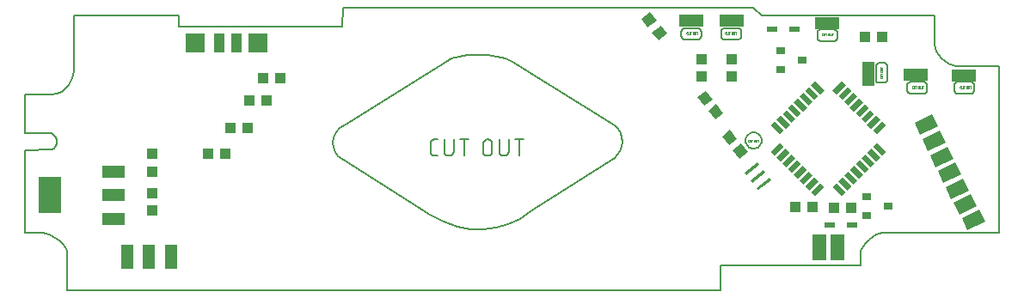
<source format=gtp>
G75*
%MOIN*%
%OFA0B0*%
%FSLAX25Y25*%
%IPPOS*%
%LPD*%
%AMOC8*
5,1,8,0,0,1.08239X$1,22.5*
%
%ADD10C,0.00600*%
%ADD11C,0.00500*%
%ADD12C,0.00800*%
%ADD13C,0.00000*%
%ADD14R,0.03937X0.04331*%
%ADD15R,0.04252X0.04134*%
%ADD16R,0.04331X0.03937*%
%ADD17R,0.08800X0.04800*%
%ADD18R,0.08661X0.14173*%
%ADD19R,0.03543X0.03150*%
%ADD20R,0.09500X0.04500*%
%ADD21R,0.05400X0.10000*%
%ADD22R,0.04500X0.09500*%
%ADD23R,0.05157X0.07598*%
%ADD24R,0.04134X0.07677*%
%ADD25R,0.07677X0.07677*%
%ADD26R,0.05000X0.02200*%
%ADD27R,0.02200X0.05000*%
%ADD28R,0.06299X0.01181*%
%ADD29R,0.03937X0.02362*%
D10*
X0017703Y0038877D02*
X0017703Y0053068D01*
X0017473Y0054223D01*
X0016826Y0055511D01*
X0015826Y0056843D01*
X0014540Y0058131D01*
X0013031Y0059287D01*
X0011367Y0060221D01*
X0009609Y0060847D01*
X0007826Y0061075D01*
X0001300Y0061075D01*
X0001300Y0093285D01*
X0011489Y0093363D01*
X0012380Y0093845D01*
X0013016Y0094600D01*
X0013395Y0095536D01*
X0013520Y0096561D01*
X0013391Y0097585D01*
X0013008Y0098513D01*
X0012374Y0099256D01*
X0011489Y0099720D01*
X0001300Y0099735D01*
X0001300Y0114803D02*
X0011489Y0114803D01*
X0013651Y0115090D01*
X0015486Y0115887D01*
X0017005Y0117096D01*
X0018220Y0118620D01*
X0019144Y0120362D01*
X0019789Y0122225D01*
X0020167Y0124111D01*
X0020291Y0125924D01*
X0020291Y0145461D01*
X0060762Y0145461D02*
X0060762Y0141013D01*
X0124178Y0141164D01*
X0124439Y0148568D01*
X0283611Y0148568D01*
X0286803Y0145461D01*
X0353849Y0145461D01*
X0353872Y0134183D01*
X0354104Y0132969D01*
X0354668Y0131631D01*
X0355516Y0130256D01*
X0356599Y0128933D01*
X0357869Y0127750D01*
X0359276Y0126796D01*
X0360773Y0126160D01*
X0362309Y0125929D01*
X0362585Y0125935D01*
X0378794Y0125924D01*
X0378794Y0061075D01*
X0333600Y0061075D01*
X0332610Y0060907D01*
X0331351Y0060421D01*
X0329946Y0059641D01*
X0328519Y0058595D01*
X0327194Y0057307D01*
X0326094Y0055804D01*
X0325344Y0054111D01*
X0325066Y0052254D01*
X0325066Y0048361D01*
X0270858Y0048361D01*
X0270858Y0038877D01*
X0017703Y0038877D01*
X0122690Y0090966D02*
X0124225Y0089783D01*
X0158265Y0068189D01*
X0163523Y0065449D01*
X0168754Y0063607D01*
X0173919Y0062628D01*
X0178974Y0062478D01*
X0183880Y0063119D01*
X0188596Y0064518D01*
X0193079Y0066639D01*
X0197289Y0069447D01*
X0229895Y0090159D01*
X0230978Y0091402D01*
X0231843Y0092915D01*
X0232442Y0094612D01*
X0232729Y0096404D01*
X0232659Y0098204D01*
X0232183Y0099923D01*
X0231257Y0101475D01*
X0229833Y0102771D01*
X0190100Y0127595D01*
X0187592Y0128804D01*
X0184372Y0129643D01*
X0180700Y0130126D01*
X0176836Y0130263D01*
X0173041Y0130067D01*
X0169574Y0129549D01*
X0166698Y0128721D01*
X0164671Y0127595D01*
X0125405Y0103236D01*
X0123317Y0101738D01*
X0121857Y0099993D01*
X0120989Y0098097D01*
X0120674Y0096150D01*
X0120878Y0094247D01*
X0121562Y0092486D01*
X0122690Y0090966D01*
X0158497Y0092431D02*
X0158497Y0095986D01*
X0158499Y0096060D01*
X0158505Y0096135D01*
X0158515Y0096208D01*
X0158528Y0096282D01*
X0158545Y0096354D01*
X0158567Y0096425D01*
X0158591Y0096496D01*
X0158620Y0096564D01*
X0158652Y0096632D01*
X0158688Y0096697D01*
X0158726Y0096760D01*
X0158769Y0096822D01*
X0158814Y0096881D01*
X0158862Y0096937D01*
X0158913Y0096992D01*
X0158967Y0097043D01*
X0159024Y0097091D01*
X0159083Y0097136D01*
X0159145Y0097179D01*
X0159208Y0097217D01*
X0159273Y0097253D01*
X0159341Y0097285D01*
X0159409Y0097314D01*
X0159480Y0097338D01*
X0159551Y0097360D01*
X0159623Y0097377D01*
X0159697Y0097390D01*
X0159770Y0097400D01*
X0159845Y0097406D01*
X0159919Y0097408D01*
X0161341Y0097408D01*
X0163846Y0097408D02*
X0163846Y0092786D01*
X0163848Y0092703D01*
X0163854Y0092620D01*
X0163864Y0092537D01*
X0163877Y0092454D01*
X0163895Y0092373D01*
X0163916Y0092292D01*
X0163941Y0092213D01*
X0163970Y0092135D01*
X0164002Y0092058D01*
X0164038Y0091983D01*
X0164077Y0091909D01*
X0164120Y0091838D01*
X0164166Y0091768D01*
X0164216Y0091701D01*
X0164268Y0091636D01*
X0164323Y0091574D01*
X0164382Y0091514D01*
X0164443Y0091457D01*
X0164506Y0091403D01*
X0164572Y0091352D01*
X0164641Y0091305D01*
X0164711Y0091260D01*
X0164784Y0091219D01*
X0164858Y0091182D01*
X0164934Y0091147D01*
X0165012Y0091117D01*
X0165090Y0091090D01*
X0165171Y0091067D01*
X0165252Y0091047D01*
X0165334Y0091032D01*
X0165416Y0091020D01*
X0165499Y0091012D01*
X0165582Y0091008D01*
X0165666Y0091008D01*
X0165749Y0091012D01*
X0165832Y0091020D01*
X0165914Y0091032D01*
X0165996Y0091047D01*
X0166077Y0091067D01*
X0166158Y0091090D01*
X0166236Y0091117D01*
X0166314Y0091147D01*
X0166390Y0091182D01*
X0166464Y0091219D01*
X0166537Y0091260D01*
X0166607Y0091305D01*
X0166676Y0091352D01*
X0166742Y0091403D01*
X0166805Y0091457D01*
X0166866Y0091514D01*
X0166925Y0091574D01*
X0166980Y0091636D01*
X0167032Y0091701D01*
X0167082Y0091768D01*
X0167128Y0091838D01*
X0167171Y0091909D01*
X0167210Y0091983D01*
X0167246Y0092058D01*
X0167278Y0092135D01*
X0167307Y0092213D01*
X0167332Y0092292D01*
X0167353Y0092373D01*
X0167371Y0092454D01*
X0167384Y0092537D01*
X0167394Y0092620D01*
X0167400Y0092703D01*
X0167402Y0092786D01*
X0167401Y0092786D02*
X0167401Y0097408D01*
X0169795Y0097408D02*
X0173350Y0097408D01*
X0171573Y0097408D02*
X0171573Y0091008D01*
X0178821Y0092786D02*
X0178821Y0095631D01*
X0178820Y0095631D02*
X0178822Y0095714D01*
X0178828Y0095797D01*
X0178838Y0095880D01*
X0178851Y0095963D01*
X0178869Y0096044D01*
X0178890Y0096125D01*
X0178915Y0096204D01*
X0178944Y0096282D01*
X0178976Y0096359D01*
X0179012Y0096434D01*
X0179051Y0096508D01*
X0179094Y0096579D01*
X0179140Y0096649D01*
X0179190Y0096716D01*
X0179242Y0096781D01*
X0179297Y0096843D01*
X0179356Y0096903D01*
X0179417Y0096960D01*
X0179480Y0097014D01*
X0179546Y0097065D01*
X0179615Y0097112D01*
X0179685Y0097157D01*
X0179758Y0097198D01*
X0179832Y0097235D01*
X0179908Y0097270D01*
X0179986Y0097300D01*
X0180064Y0097327D01*
X0180145Y0097350D01*
X0180226Y0097370D01*
X0180308Y0097385D01*
X0180390Y0097397D01*
X0180473Y0097405D01*
X0180556Y0097409D01*
X0180640Y0097409D01*
X0180723Y0097405D01*
X0180806Y0097397D01*
X0180888Y0097385D01*
X0180970Y0097370D01*
X0181051Y0097350D01*
X0181132Y0097327D01*
X0181210Y0097300D01*
X0181288Y0097270D01*
X0181364Y0097235D01*
X0181438Y0097198D01*
X0181511Y0097157D01*
X0181581Y0097112D01*
X0181650Y0097065D01*
X0181716Y0097014D01*
X0181779Y0096960D01*
X0181840Y0096903D01*
X0181899Y0096843D01*
X0181954Y0096781D01*
X0182006Y0096716D01*
X0182056Y0096649D01*
X0182102Y0096579D01*
X0182145Y0096508D01*
X0182184Y0096434D01*
X0182220Y0096359D01*
X0182252Y0096282D01*
X0182281Y0096204D01*
X0182306Y0096125D01*
X0182327Y0096044D01*
X0182345Y0095963D01*
X0182358Y0095880D01*
X0182368Y0095797D01*
X0182374Y0095714D01*
X0182376Y0095631D01*
X0182376Y0092786D01*
X0182374Y0092703D01*
X0182368Y0092620D01*
X0182358Y0092537D01*
X0182345Y0092454D01*
X0182327Y0092373D01*
X0182306Y0092292D01*
X0182281Y0092213D01*
X0182252Y0092135D01*
X0182220Y0092058D01*
X0182184Y0091983D01*
X0182145Y0091909D01*
X0182102Y0091838D01*
X0182056Y0091768D01*
X0182006Y0091701D01*
X0181954Y0091636D01*
X0181899Y0091574D01*
X0181840Y0091514D01*
X0181779Y0091457D01*
X0181716Y0091403D01*
X0181650Y0091352D01*
X0181581Y0091305D01*
X0181511Y0091260D01*
X0181438Y0091219D01*
X0181364Y0091182D01*
X0181288Y0091147D01*
X0181210Y0091117D01*
X0181132Y0091090D01*
X0181051Y0091067D01*
X0180970Y0091047D01*
X0180888Y0091032D01*
X0180806Y0091020D01*
X0180723Y0091012D01*
X0180640Y0091008D01*
X0180556Y0091008D01*
X0180473Y0091012D01*
X0180390Y0091020D01*
X0180308Y0091032D01*
X0180226Y0091047D01*
X0180145Y0091067D01*
X0180064Y0091090D01*
X0179986Y0091117D01*
X0179908Y0091147D01*
X0179832Y0091182D01*
X0179758Y0091219D01*
X0179685Y0091260D01*
X0179615Y0091305D01*
X0179546Y0091352D01*
X0179480Y0091403D01*
X0179417Y0091457D01*
X0179356Y0091514D01*
X0179297Y0091574D01*
X0179242Y0091636D01*
X0179190Y0091701D01*
X0179140Y0091768D01*
X0179094Y0091838D01*
X0179051Y0091909D01*
X0179012Y0091983D01*
X0178976Y0092058D01*
X0178944Y0092135D01*
X0178915Y0092213D01*
X0178890Y0092292D01*
X0178869Y0092373D01*
X0178851Y0092454D01*
X0178838Y0092537D01*
X0178828Y0092620D01*
X0178822Y0092703D01*
X0178820Y0092786D01*
X0185180Y0092786D02*
X0185180Y0097408D01*
X0188735Y0097408D02*
X0188735Y0092786D01*
X0188736Y0092786D02*
X0188734Y0092703D01*
X0188728Y0092620D01*
X0188718Y0092537D01*
X0188705Y0092454D01*
X0188687Y0092373D01*
X0188666Y0092292D01*
X0188641Y0092213D01*
X0188612Y0092135D01*
X0188580Y0092058D01*
X0188544Y0091983D01*
X0188505Y0091909D01*
X0188462Y0091838D01*
X0188416Y0091768D01*
X0188366Y0091701D01*
X0188314Y0091636D01*
X0188259Y0091574D01*
X0188200Y0091514D01*
X0188139Y0091457D01*
X0188076Y0091403D01*
X0188010Y0091352D01*
X0187941Y0091305D01*
X0187871Y0091260D01*
X0187798Y0091219D01*
X0187724Y0091182D01*
X0187648Y0091147D01*
X0187570Y0091117D01*
X0187492Y0091090D01*
X0187411Y0091067D01*
X0187330Y0091047D01*
X0187248Y0091032D01*
X0187166Y0091020D01*
X0187083Y0091012D01*
X0187000Y0091008D01*
X0186916Y0091008D01*
X0186833Y0091012D01*
X0186750Y0091020D01*
X0186668Y0091032D01*
X0186586Y0091047D01*
X0186505Y0091067D01*
X0186424Y0091090D01*
X0186346Y0091117D01*
X0186268Y0091147D01*
X0186192Y0091182D01*
X0186118Y0091219D01*
X0186045Y0091260D01*
X0185975Y0091305D01*
X0185906Y0091352D01*
X0185840Y0091403D01*
X0185777Y0091457D01*
X0185716Y0091514D01*
X0185657Y0091574D01*
X0185602Y0091636D01*
X0185550Y0091701D01*
X0185500Y0091768D01*
X0185454Y0091838D01*
X0185411Y0091909D01*
X0185372Y0091983D01*
X0185336Y0092058D01*
X0185304Y0092135D01*
X0185275Y0092213D01*
X0185250Y0092292D01*
X0185229Y0092373D01*
X0185211Y0092454D01*
X0185198Y0092537D01*
X0185188Y0092620D01*
X0185182Y0092703D01*
X0185180Y0092786D01*
X0191129Y0097408D02*
X0194684Y0097408D01*
X0192907Y0097408D02*
X0192907Y0091008D01*
X0161341Y0091008D02*
X0159919Y0091008D01*
X0159919Y0091009D02*
X0159845Y0091011D01*
X0159770Y0091017D01*
X0159697Y0091027D01*
X0159623Y0091040D01*
X0159551Y0091057D01*
X0159480Y0091079D01*
X0159409Y0091103D01*
X0159341Y0091132D01*
X0159273Y0091164D01*
X0159208Y0091200D01*
X0159145Y0091238D01*
X0159083Y0091281D01*
X0159024Y0091326D01*
X0158967Y0091374D01*
X0158913Y0091425D01*
X0158862Y0091479D01*
X0158814Y0091536D01*
X0158769Y0091595D01*
X0158726Y0091657D01*
X0158688Y0091720D01*
X0158652Y0091785D01*
X0158620Y0091853D01*
X0158591Y0091921D01*
X0158567Y0091992D01*
X0158545Y0092063D01*
X0158528Y0092135D01*
X0158515Y0092209D01*
X0158505Y0092282D01*
X0158499Y0092357D01*
X0158497Y0092431D01*
X0255811Y0136897D02*
X0255734Y0137142D01*
X0255707Y0137405D01*
X0255707Y0139289D01*
X0255734Y0139552D01*
X0255811Y0139797D01*
X0255931Y0140020D01*
X0256092Y0140213D01*
X0256285Y0140374D01*
X0256508Y0140495D01*
X0256753Y0140571D01*
X0257016Y0140598D01*
X0262092Y0140598D01*
X0262355Y0140571D01*
X0262600Y0140495D01*
X0262822Y0140374D01*
X0263016Y0140213D01*
X0263176Y0140020D01*
X0263297Y0139797D01*
X0263374Y0139552D01*
X0263400Y0139289D01*
X0263400Y0137405D01*
X0263374Y0137142D01*
X0263297Y0136897D01*
X0263176Y0136675D01*
X0263016Y0136481D01*
X0262822Y0136321D01*
X0262600Y0136200D01*
X0262355Y0136123D01*
X0262092Y0136097D01*
X0257016Y0136097D01*
X0256753Y0136123D01*
X0256508Y0136200D01*
X0256285Y0136321D01*
X0256092Y0136481D01*
X0255931Y0136675D01*
X0255811Y0136897D01*
X0271135Y0137405D02*
X0271135Y0139289D01*
X0271162Y0139552D01*
X0271239Y0139797D01*
X0271359Y0140020D01*
X0271520Y0140213D01*
X0271713Y0140374D01*
X0271935Y0140495D01*
X0272181Y0140571D01*
X0272443Y0140598D01*
X0277520Y0140598D01*
X0277783Y0140571D01*
X0278028Y0140495D01*
X0278250Y0140374D01*
X0278444Y0140213D01*
X0278604Y0140020D01*
X0278725Y0139797D01*
X0278802Y0139552D01*
X0278828Y0139289D01*
X0278828Y0137405D01*
X0278802Y0137142D01*
X0278725Y0136897D01*
X0278604Y0136675D01*
X0278444Y0136481D01*
X0278250Y0136321D01*
X0278028Y0136200D01*
X0277783Y0136123D01*
X0277520Y0136097D01*
X0272443Y0136097D01*
X0272181Y0136123D01*
X0271935Y0136200D01*
X0271713Y0136321D01*
X0271520Y0136481D01*
X0271359Y0136675D01*
X0271239Y0136897D01*
X0271162Y0137142D01*
X0271135Y0137405D01*
X0308483Y0136890D02*
X0308483Y0138774D01*
X0308510Y0139037D01*
X0308587Y0139282D01*
X0308707Y0139504D01*
X0308868Y0139698D01*
X0309061Y0139858D01*
X0309283Y0139979D01*
X0309529Y0140056D01*
X0309791Y0140082D01*
X0314868Y0140082D01*
X0315131Y0140056D01*
X0315376Y0139979D01*
X0315598Y0139858D01*
X0315792Y0139698D01*
X0315952Y0139504D01*
X0316073Y0139282D01*
X0316150Y0139037D01*
X0316176Y0138774D01*
X0316176Y0136890D01*
X0316150Y0136627D01*
X0316073Y0136382D01*
X0315952Y0136160D01*
X0315792Y0135966D01*
X0315598Y0135806D01*
X0315376Y0135685D01*
X0315131Y0135608D01*
X0314868Y0135582D01*
X0309791Y0135582D01*
X0309529Y0135608D01*
X0309283Y0135685D01*
X0309061Y0135806D01*
X0308868Y0135966D01*
X0308707Y0136160D01*
X0308587Y0136382D01*
X0308510Y0136627D01*
X0308483Y0136890D01*
X0331167Y0126223D02*
X0331288Y0126445D01*
X0331448Y0126639D01*
X0331642Y0126799D01*
X0331865Y0126920D01*
X0332109Y0126996D01*
X0332372Y0127023D01*
X0334256Y0127023D01*
X0334519Y0126996D01*
X0334765Y0126920D01*
X0334987Y0126799D01*
X0335181Y0126639D01*
X0335341Y0126445D01*
X0335462Y0126223D01*
X0335538Y0125978D01*
X0335565Y0125715D01*
X0335565Y0120638D01*
X0335538Y0120375D01*
X0335462Y0120130D01*
X0335341Y0119908D01*
X0335181Y0119714D01*
X0334987Y0119554D01*
X0334765Y0119433D01*
X0334519Y0119357D01*
X0334256Y0119330D01*
X0332372Y0119330D01*
X0332109Y0119357D01*
X0331865Y0119433D01*
X0331642Y0119554D01*
X0331448Y0119714D01*
X0331288Y0119908D01*
X0331167Y0120130D01*
X0331091Y0120375D01*
X0331064Y0120638D01*
X0331064Y0125715D01*
X0331091Y0125978D01*
X0331167Y0126223D01*
X0343477Y0119106D02*
X0343637Y0119300D01*
X0343831Y0119460D01*
X0344053Y0119581D01*
X0344298Y0119658D01*
X0344561Y0119684D01*
X0349637Y0119684D01*
X0349900Y0119658D01*
X0350145Y0119581D01*
X0350368Y0119460D01*
X0350561Y0119300D01*
X0350722Y0119106D01*
X0350843Y0118884D01*
X0350919Y0118639D01*
X0350946Y0118376D01*
X0350946Y0116492D01*
X0350919Y0116229D01*
X0350843Y0115984D01*
X0350722Y0115761D01*
X0350561Y0115567D01*
X0350368Y0115407D01*
X0350145Y0115286D01*
X0349900Y0115210D01*
X0349637Y0115183D01*
X0344561Y0115183D01*
X0344298Y0115210D01*
X0344053Y0115286D01*
X0343831Y0115407D01*
X0343637Y0115567D01*
X0343477Y0115761D01*
X0343356Y0115984D01*
X0343280Y0116229D01*
X0343253Y0116492D01*
X0343253Y0118376D01*
X0343280Y0118639D01*
X0343356Y0118884D01*
X0343477Y0119106D01*
X0361576Y0118376D02*
X0361576Y0116492D01*
X0361603Y0116229D01*
X0361680Y0115984D01*
X0361800Y0115761D01*
X0361961Y0115567D01*
X0362154Y0115407D01*
X0362377Y0115286D01*
X0362622Y0115210D01*
X0362885Y0115183D01*
X0367961Y0115183D01*
X0368224Y0115210D01*
X0368469Y0115286D01*
X0368691Y0115407D01*
X0368885Y0115567D01*
X0369045Y0115761D01*
X0369166Y0115984D01*
X0369243Y0116229D01*
X0369269Y0116492D01*
X0369269Y0118376D01*
X0369243Y0118639D01*
X0369166Y0118884D01*
X0369045Y0119106D01*
X0368885Y0119300D01*
X0368691Y0119460D01*
X0368469Y0119581D01*
X0368224Y0119658D01*
X0367961Y0119684D01*
X0362885Y0119684D01*
X0362622Y0119658D01*
X0362377Y0119581D01*
X0362154Y0119460D01*
X0361961Y0119300D01*
X0361800Y0119106D01*
X0361680Y0118884D01*
X0361603Y0118639D01*
X0361576Y0118376D01*
X0286760Y0097559D02*
X0286824Y0096924D01*
X0286764Y0097539D01*
X0286585Y0098129D01*
X0286294Y0098674D01*
X0285902Y0099151D01*
X0285425Y0099543D01*
X0284880Y0099834D01*
X0284289Y0100013D01*
X0283675Y0100074D01*
X0283060Y0100013D01*
X0282469Y0099834D01*
X0281925Y0099543D01*
X0281448Y0099151D01*
X0281056Y0098674D01*
X0280765Y0098129D01*
X0280586Y0097539D01*
X0280525Y0096924D01*
X0280586Y0096310D01*
X0280765Y0095719D01*
X0281056Y0095174D01*
X0281448Y0094697D01*
X0281925Y0094305D01*
X0282469Y0094014D01*
X0283060Y0093835D01*
X0283675Y0093774D01*
X0284289Y0093835D01*
X0284880Y0094014D01*
X0285425Y0094305D01*
X0285902Y0094697D01*
X0286294Y0095174D01*
X0286585Y0095719D01*
X0286764Y0096310D01*
X0286824Y0096924D01*
X0286760Y0096289D01*
X0286577Y0095698D01*
X0286287Y0095163D01*
X0285902Y0094697D01*
X0285436Y0094312D01*
X0284901Y0094022D01*
X0284309Y0093839D01*
X0283675Y0093774D01*
X0283040Y0093839D01*
X0282449Y0094022D01*
X0281914Y0094312D01*
X0281448Y0094697D01*
X0281063Y0095163D01*
X0280773Y0095698D01*
X0280589Y0096289D01*
X0280525Y0096924D01*
X0280589Y0097559D01*
X0280773Y0098150D01*
X0281063Y0098685D01*
X0281448Y0099151D01*
X0281914Y0099536D01*
X0282449Y0099826D01*
X0283040Y0100010D01*
X0283675Y0100074D01*
X0284309Y0100010D01*
X0284901Y0099826D01*
X0285436Y0099536D01*
X0285902Y0099151D01*
X0286287Y0098685D01*
X0286577Y0098150D01*
X0286760Y0097559D01*
D11*
X0001300Y0099735D02*
X0001300Y0114803D01*
D12*
X0020291Y0145461D02*
X0060762Y0145461D01*
D13*
X0257697Y0138831D02*
X0257697Y0138386D01*
X0257699Y0138361D01*
X0257704Y0138336D01*
X0257713Y0138312D01*
X0257725Y0138290D01*
X0257740Y0138269D01*
X0257758Y0138251D01*
X0257779Y0138236D01*
X0257801Y0138224D01*
X0257825Y0138215D01*
X0257850Y0138210D01*
X0257875Y0138208D01*
X0258052Y0138208D01*
X0258322Y0138431D02*
X0258322Y0139008D01*
X0258052Y0139008D02*
X0257875Y0139008D01*
X0257875Y0139009D02*
X0257850Y0139007D01*
X0257825Y0139002D01*
X0257801Y0138993D01*
X0257779Y0138981D01*
X0257758Y0138966D01*
X0257740Y0138948D01*
X0257725Y0138927D01*
X0257713Y0138905D01*
X0257704Y0138881D01*
X0257699Y0138856D01*
X0257697Y0138831D01*
X0258322Y0138431D02*
X0258324Y0138402D01*
X0258330Y0138374D01*
X0258339Y0138346D01*
X0258352Y0138320D01*
X0258368Y0138296D01*
X0258387Y0138274D01*
X0258409Y0138255D01*
X0258433Y0138239D01*
X0258459Y0138226D01*
X0258487Y0138217D01*
X0258515Y0138211D01*
X0258544Y0138209D01*
X0258573Y0138211D01*
X0258601Y0138217D01*
X0258629Y0138226D01*
X0258655Y0138239D01*
X0258679Y0138255D01*
X0258701Y0138274D01*
X0258720Y0138296D01*
X0258736Y0138320D01*
X0258749Y0138346D01*
X0258758Y0138374D01*
X0258764Y0138402D01*
X0258766Y0138431D01*
X0258766Y0139008D01*
X0259018Y0139008D02*
X0259462Y0139008D01*
X0259240Y0139008D02*
X0259240Y0138208D01*
X0260074Y0138431D02*
X0260074Y0138786D01*
X0260076Y0138815D01*
X0260082Y0138843D01*
X0260091Y0138871D01*
X0260104Y0138897D01*
X0260120Y0138921D01*
X0260139Y0138943D01*
X0260161Y0138962D01*
X0260185Y0138978D01*
X0260211Y0138991D01*
X0260239Y0139000D01*
X0260267Y0139006D01*
X0260296Y0139008D01*
X0260325Y0139006D01*
X0260353Y0139000D01*
X0260381Y0138991D01*
X0260407Y0138978D01*
X0260431Y0138962D01*
X0260453Y0138943D01*
X0260472Y0138921D01*
X0260488Y0138897D01*
X0260501Y0138871D01*
X0260510Y0138843D01*
X0260516Y0138815D01*
X0260518Y0138786D01*
X0260518Y0138431D01*
X0260516Y0138402D01*
X0260510Y0138374D01*
X0260501Y0138346D01*
X0260488Y0138320D01*
X0260472Y0138296D01*
X0260453Y0138274D01*
X0260431Y0138255D01*
X0260407Y0138239D01*
X0260381Y0138226D01*
X0260353Y0138217D01*
X0260325Y0138211D01*
X0260296Y0138209D01*
X0260267Y0138211D01*
X0260239Y0138217D01*
X0260211Y0138226D01*
X0260185Y0138239D01*
X0260161Y0138255D01*
X0260139Y0138274D01*
X0260120Y0138296D01*
X0260104Y0138320D01*
X0260091Y0138346D01*
X0260082Y0138374D01*
X0260076Y0138402D01*
X0260074Y0138431D01*
X0260818Y0138431D02*
X0260818Y0139008D01*
X0261262Y0139008D02*
X0261262Y0138431D01*
X0261260Y0138402D01*
X0261254Y0138374D01*
X0261245Y0138346D01*
X0261232Y0138320D01*
X0261216Y0138296D01*
X0261197Y0138274D01*
X0261175Y0138255D01*
X0261151Y0138239D01*
X0261125Y0138226D01*
X0261097Y0138217D01*
X0261069Y0138211D01*
X0261040Y0138209D01*
X0261011Y0138211D01*
X0260983Y0138217D01*
X0260955Y0138226D01*
X0260929Y0138239D01*
X0260905Y0138255D01*
X0260883Y0138274D01*
X0260864Y0138296D01*
X0260848Y0138320D01*
X0260835Y0138346D01*
X0260826Y0138374D01*
X0260820Y0138402D01*
X0260818Y0138431D01*
X0261514Y0139008D02*
X0261958Y0139008D01*
X0261736Y0139008D02*
X0261736Y0138208D01*
X0272697Y0138386D02*
X0272697Y0138831D01*
X0272699Y0138856D01*
X0272704Y0138881D01*
X0272713Y0138905D01*
X0272725Y0138927D01*
X0272740Y0138948D01*
X0272758Y0138966D01*
X0272779Y0138981D01*
X0272801Y0138993D01*
X0272825Y0139002D01*
X0272850Y0139007D01*
X0272875Y0139009D01*
X0272875Y0139008D02*
X0273052Y0139008D01*
X0273322Y0139008D02*
X0273322Y0138431D01*
X0273324Y0138402D01*
X0273330Y0138374D01*
X0273339Y0138346D01*
X0273352Y0138320D01*
X0273368Y0138296D01*
X0273387Y0138274D01*
X0273409Y0138255D01*
X0273433Y0138239D01*
X0273459Y0138226D01*
X0273487Y0138217D01*
X0273515Y0138211D01*
X0273544Y0138209D01*
X0273573Y0138211D01*
X0273601Y0138217D01*
X0273629Y0138226D01*
X0273655Y0138239D01*
X0273679Y0138255D01*
X0273701Y0138274D01*
X0273720Y0138296D01*
X0273736Y0138320D01*
X0273749Y0138346D01*
X0273758Y0138374D01*
X0273764Y0138402D01*
X0273766Y0138431D01*
X0273766Y0139008D01*
X0274018Y0139008D02*
X0274462Y0139008D01*
X0274240Y0139008D02*
X0274240Y0138208D01*
X0275074Y0138431D02*
X0275074Y0138786D01*
X0275076Y0138815D01*
X0275082Y0138843D01*
X0275091Y0138871D01*
X0275104Y0138897D01*
X0275120Y0138921D01*
X0275139Y0138943D01*
X0275161Y0138962D01*
X0275185Y0138978D01*
X0275211Y0138991D01*
X0275239Y0139000D01*
X0275267Y0139006D01*
X0275296Y0139008D01*
X0275325Y0139006D01*
X0275353Y0139000D01*
X0275381Y0138991D01*
X0275407Y0138978D01*
X0275431Y0138962D01*
X0275453Y0138943D01*
X0275472Y0138921D01*
X0275488Y0138897D01*
X0275501Y0138871D01*
X0275510Y0138843D01*
X0275516Y0138815D01*
X0275518Y0138786D01*
X0275518Y0138431D01*
X0275516Y0138402D01*
X0275510Y0138374D01*
X0275501Y0138346D01*
X0275488Y0138320D01*
X0275472Y0138296D01*
X0275453Y0138274D01*
X0275431Y0138255D01*
X0275407Y0138239D01*
X0275381Y0138226D01*
X0275353Y0138217D01*
X0275325Y0138211D01*
X0275296Y0138209D01*
X0275267Y0138211D01*
X0275239Y0138217D01*
X0275211Y0138226D01*
X0275185Y0138239D01*
X0275161Y0138255D01*
X0275139Y0138274D01*
X0275120Y0138296D01*
X0275104Y0138320D01*
X0275091Y0138346D01*
X0275082Y0138374D01*
X0275076Y0138402D01*
X0275074Y0138431D01*
X0275818Y0138431D02*
X0275818Y0139008D01*
X0276262Y0139008D02*
X0276262Y0138431D01*
X0276260Y0138402D01*
X0276254Y0138374D01*
X0276245Y0138346D01*
X0276232Y0138320D01*
X0276216Y0138296D01*
X0276197Y0138274D01*
X0276175Y0138255D01*
X0276151Y0138239D01*
X0276125Y0138226D01*
X0276097Y0138217D01*
X0276069Y0138211D01*
X0276040Y0138209D01*
X0276011Y0138211D01*
X0275983Y0138217D01*
X0275955Y0138226D01*
X0275929Y0138239D01*
X0275905Y0138255D01*
X0275883Y0138274D01*
X0275864Y0138296D01*
X0275848Y0138320D01*
X0275835Y0138346D01*
X0275826Y0138374D01*
X0275820Y0138402D01*
X0275818Y0138431D01*
X0276514Y0139008D02*
X0276958Y0139008D01*
X0276736Y0139008D02*
X0276736Y0138208D01*
X0273052Y0138208D02*
X0272875Y0138208D01*
X0272850Y0138210D01*
X0272825Y0138215D01*
X0272801Y0138224D01*
X0272779Y0138236D01*
X0272758Y0138251D01*
X0272740Y0138269D01*
X0272725Y0138290D01*
X0272713Y0138312D01*
X0272704Y0138336D01*
X0272699Y0138361D01*
X0272697Y0138386D01*
X0310197Y0138331D02*
X0310197Y0137886D01*
X0310199Y0137861D01*
X0310204Y0137836D01*
X0310213Y0137812D01*
X0310225Y0137790D01*
X0310240Y0137769D01*
X0310258Y0137751D01*
X0310279Y0137736D01*
X0310301Y0137724D01*
X0310325Y0137715D01*
X0310350Y0137710D01*
X0310375Y0137708D01*
X0310552Y0137708D01*
X0310822Y0137931D02*
X0310822Y0138508D01*
X0310552Y0138508D02*
X0310375Y0138508D01*
X0310375Y0138509D02*
X0310350Y0138507D01*
X0310325Y0138502D01*
X0310301Y0138493D01*
X0310279Y0138481D01*
X0310258Y0138466D01*
X0310240Y0138448D01*
X0310225Y0138427D01*
X0310213Y0138405D01*
X0310204Y0138381D01*
X0310199Y0138356D01*
X0310197Y0138331D01*
X0310822Y0137931D02*
X0310824Y0137902D01*
X0310830Y0137874D01*
X0310839Y0137846D01*
X0310852Y0137820D01*
X0310868Y0137796D01*
X0310887Y0137774D01*
X0310909Y0137755D01*
X0310933Y0137739D01*
X0310959Y0137726D01*
X0310987Y0137717D01*
X0311015Y0137711D01*
X0311044Y0137709D01*
X0311073Y0137711D01*
X0311101Y0137717D01*
X0311129Y0137726D01*
X0311155Y0137739D01*
X0311179Y0137755D01*
X0311201Y0137774D01*
X0311220Y0137796D01*
X0311236Y0137820D01*
X0311249Y0137846D01*
X0311258Y0137874D01*
X0311264Y0137902D01*
X0311266Y0137931D01*
X0311266Y0138508D01*
X0311518Y0138508D02*
X0311962Y0138508D01*
X0311740Y0138508D02*
X0311740Y0137708D01*
X0312574Y0137931D02*
X0312574Y0138286D01*
X0312576Y0138315D01*
X0312582Y0138343D01*
X0312591Y0138371D01*
X0312604Y0138397D01*
X0312620Y0138421D01*
X0312639Y0138443D01*
X0312661Y0138462D01*
X0312685Y0138478D01*
X0312711Y0138491D01*
X0312739Y0138500D01*
X0312767Y0138506D01*
X0312796Y0138508D01*
X0312825Y0138506D01*
X0312853Y0138500D01*
X0312881Y0138491D01*
X0312907Y0138478D01*
X0312931Y0138462D01*
X0312953Y0138443D01*
X0312972Y0138421D01*
X0312988Y0138397D01*
X0313001Y0138371D01*
X0313010Y0138343D01*
X0313016Y0138315D01*
X0313018Y0138286D01*
X0313018Y0137931D01*
X0313016Y0137902D01*
X0313010Y0137874D01*
X0313001Y0137846D01*
X0312988Y0137820D01*
X0312972Y0137796D01*
X0312953Y0137774D01*
X0312931Y0137755D01*
X0312907Y0137739D01*
X0312881Y0137726D01*
X0312853Y0137717D01*
X0312825Y0137711D01*
X0312796Y0137709D01*
X0312767Y0137711D01*
X0312739Y0137717D01*
X0312711Y0137726D01*
X0312685Y0137739D01*
X0312661Y0137755D01*
X0312639Y0137774D01*
X0312620Y0137796D01*
X0312604Y0137820D01*
X0312591Y0137846D01*
X0312582Y0137874D01*
X0312576Y0137902D01*
X0312574Y0137931D01*
X0313318Y0137931D02*
X0313318Y0138508D01*
X0313762Y0138508D02*
X0313762Y0137931D01*
X0313760Y0137902D01*
X0313754Y0137874D01*
X0313745Y0137846D01*
X0313732Y0137820D01*
X0313716Y0137796D01*
X0313697Y0137774D01*
X0313675Y0137755D01*
X0313651Y0137739D01*
X0313625Y0137726D01*
X0313597Y0137717D01*
X0313569Y0137711D01*
X0313540Y0137709D01*
X0313511Y0137711D01*
X0313483Y0137717D01*
X0313455Y0137726D01*
X0313429Y0137739D01*
X0313405Y0137755D01*
X0313383Y0137774D01*
X0313364Y0137796D01*
X0313348Y0137820D01*
X0313335Y0137846D01*
X0313326Y0137874D01*
X0313320Y0137902D01*
X0313318Y0137931D01*
X0314014Y0138508D02*
X0314458Y0138508D01*
X0314236Y0138508D02*
X0314236Y0137708D01*
X0332897Y0125470D02*
X0332897Y0125025D01*
X0332897Y0125248D02*
X0333697Y0125248D01*
X0333475Y0124774D02*
X0332897Y0124774D01*
X0332897Y0124329D02*
X0333475Y0124329D01*
X0333475Y0124330D02*
X0333504Y0124332D01*
X0333532Y0124338D01*
X0333560Y0124347D01*
X0333586Y0124360D01*
X0333610Y0124376D01*
X0333632Y0124395D01*
X0333651Y0124417D01*
X0333667Y0124441D01*
X0333680Y0124467D01*
X0333689Y0124495D01*
X0333695Y0124523D01*
X0333697Y0124552D01*
X0333695Y0124581D01*
X0333689Y0124609D01*
X0333680Y0124637D01*
X0333667Y0124663D01*
X0333651Y0124687D01*
X0333632Y0124709D01*
X0333610Y0124728D01*
X0333586Y0124744D01*
X0333560Y0124757D01*
X0333532Y0124766D01*
X0333504Y0124772D01*
X0333475Y0124774D01*
X0333475Y0124030D02*
X0333119Y0124030D01*
X0333090Y0124028D01*
X0333062Y0124022D01*
X0333034Y0124013D01*
X0333008Y0124000D01*
X0332984Y0123984D01*
X0332962Y0123965D01*
X0332943Y0123943D01*
X0332927Y0123919D01*
X0332914Y0123893D01*
X0332905Y0123865D01*
X0332899Y0123837D01*
X0332897Y0123808D01*
X0332899Y0123779D01*
X0332905Y0123751D01*
X0332914Y0123723D01*
X0332927Y0123697D01*
X0332943Y0123673D01*
X0332962Y0123651D01*
X0332984Y0123632D01*
X0333008Y0123616D01*
X0333034Y0123603D01*
X0333062Y0123594D01*
X0333090Y0123588D01*
X0333119Y0123586D01*
X0333119Y0123585D02*
X0333475Y0123585D01*
X0333475Y0123586D02*
X0333504Y0123588D01*
X0333532Y0123594D01*
X0333560Y0123603D01*
X0333586Y0123616D01*
X0333610Y0123632D01*
X0333632Y0123651D01*
X0333651Y0123673D01*
X0333667Y0123697D01*
X0333680Y0123723D01*
X0333689Y0123751D01*
X0333695Y0123779D01*
X0333697Y0123808D01*
X0333695Y0123837D01*
X0333689Y0123865D01*
X0333680Y0123893D01*
X0333667Y0123919D01*
X0333651Y0123943D01*
X0333632Y0123965D01*
X0333610Y0123984D01*
X0333586Y0124000D01*
X0333560Y0124013D01*
X0333532Y0124022D01*
X0333504Y0124028D01*
X0333475Y0124030D01*
X0332897Y0122974D02*
X0332897Y0122529D01*
X0332897Y0122752D02*
X0333697Y0122752D01*
X0333475Y0122278D02*
X0332897Y0122278D01*
X0332897Y0121833D02*
X0333475Y0121833D01*
X0333475Y0121834D02*
X0333504Y0121836D01*
X0333532Y0121842D01*
X0333560Y0121851D01*
X0333586Y0121864D01*
X0333610Y0121880D01*
X0333632Y0121899D01*
X0333651Y0121921D01*
X0333667Y0121945D01*
X0333680Y0121971D01*
X0333689Y0121999D01*
X0333695Y0122027D01*
X0333697Y0122056D01*
X0333695Y0122085D01*
X0333689Y0122113D01*
X0333680Y0122141D01*
X0333667Y0122167D01*
X0333651Y0122191D01*
X0333632Y0122213D01*
X0333610Y0122232D01*
X0333586Y0122248D01*
X0333560Y0122261D01*
X0333532Y0122270D01*
X0333504Y0122276D01*
X0333475Y0122278D01*
X0333697Y0121564D02*
X0333697Y0121386D01*
X0333695Y0121361D01*
X0333690Y0121336D01*
X0333681Y0121312D01*
X0333669Y0121290D01*
X0333654Y0121269D01*
X0333636Y0121251D01*
X0333615Y0121236D01*
X0333593Y0121224D01*
X0333569Y0121215D01*
X0333544Y0121210D01*
X0333519Y0121208D01*
X0333075Y0121208D01*
X0333050Y0121210D01*
X0333025Y0121215D01*
X0333001Y0121224D01*
X0332979Y0121236D01*
X0332958Y0121251D01*
X0332940Y0121269D01*
X0332925Y0121290D01*
X0332913Y0121312D01*
X0332904Y0121336D01*
X0332899Y0121361D01*
X0332897Y0121386D01*
X0332897Y0121564D01*
X0345197Y0117831D02*
X0345197Y0117386D01*
X0345199Y0117361D01*
X0345204Y0117336D01*
X0345213Y0117312D01*
X0345225Y0117290D01*
X0345240Y0117269D01*
X0345258Y0117251D01*
X0345279Y0117236D01*
X0345301Y0117224D01*
X0345325Y0117215D01*
X0345350Y0117210D01*
X0345375Y0117208D01*
X0345552Y0117208D01*
X0345822Y0117431D02*
X0345822Y0118008D01*
X0345552Y0118008D02*
X0345375Y0118008D01*
X0345375Y0118009D02*
X0345350Y0118007D01*
X0345325Y0118002D01*
X0345301Y0117993D01*
X0345279Y0117981D01*
X0345258Y0117966D01*
X0345240Y0117948D01*
X0345225Y0117927D01*
X0345213Y0117905D01*
X0345204Y0117881D01*
X0345199Y0117856D01*
X0345197Y0117831D01*
X0345822Y0117431D02*
X0345824Y0117402D01*
X0345830Y0117374D01*
X0345839Y0117346D01*
X0345852Y0117320D01*
X0345868Y0117296D01*
X0345887Y0117274D01*
X0345909Y0117255D01*
X0345933Y0117239D01*
X0345959Y0117226D01*
X0345987Y0117217D01*
X0346015Y0117211D01*
X0346044Y0117209D01*
X0346073Y0117211D01*
X0346101Y0117217D01*
X0346129Y0117226D01*
X0346155Y0117239D01*
X0346179Y0117255D01*
X0346201Y0117274D01*
X0346220Y0117296D01*
X0346236Y0117320D01*
X0346249Y0117346D01*
X0346258Y0117374D01*
X0346264Y0117402D01*
X0346266Y0117431D01*
X0346266Y0118008D01*
X0346518Y0118008D02*
X0346962Y0118008D01*
X0346740Y0118008D02*
X0346740Y0117208D01*
X0347574Y0117431D02*
X0347574Y0117786D01*
X0347576Y0117815D01*
X0347582Y0117843D01*
X0347591Y0117871D01*
X0347604Y0117897D01*
X0347620Y0117921D01*
X0347639Y0117943D01*
X0347661Y0117962D01*
X0347685Y0117978D01*
X0347711Y0117991D01*
X0347739Y0118000D01*
X0347767Y0118006D01*
X0347796Y0118008D01*
X0347825Y0118006D01*
X0347853Y0118000D01*
X0347881Y0117991D01*
X0347907Y0117978D01*
X0347931Y0117962D01*
X0347953Y0117943D01*
X0347972Y0117921D01*
X0347988Y0117897D01*
X0348001Y0117871D01*
X0348010Y0117843D01*
X0348016Y0117815D01*
X0348018Y0117786D01*
X0348018Y0117431D01*
X0348016Y0117402D01*
X0348010Y0117374D01*
X0348001Y0117346D01*
X0347988Y0117320D01*
X0347972Y0117296D01*
X0347953Y0117274D01*
X0347931Y0117255D01*
X0347907Y0117239D01*
X0347881Y0117226D01*
X0347853Y0117217D01*
X0347825Y0117211D01*
X0347796Y0117209D01*
X0347767Y0117211D01*
X0347739Y0117217D01*
X0347711Y0117226D01*
X0347685Y0117239D01*
X0347661Y0117255D01*
X0347639Y0117274D01*
X0347620Y0117296D01*
X0347604Y0117320D01*
X0347591Y0117346D01*
X0347582Y0117374D01*
X0347576Y0117402D01*
X0347574Y0117431D01*
X0348318Y0117431D02*
X0348318Y0118008D01*
X0348762Y0118008D02*
X0348762Y0117431D01*
X0348760Y0117402D01*
X0348754Y0117374D01*
X0348745Y0117346D01*
X0348732Y0117320D01*
X0348716Y0117296D01*
X0348697Y0117274D01*
X0348675Y0117255D01*
X0348651Y0117239D01*
X0348625Y0117226D01*
X0348597Y0117217D01*
X0348569Y0117211D01*
X0348540Y0117209D01*
X0348511Y0117211D01*
X0348483Y0117217D01*
X0348455Y0117226D01*
X0348429Y0117239D01*
X0348405Y0117255D01*
X0348383Y0117274D01*
X0348364Y0117296D01*
X0348348Y0117320D01*
X0348335Y0117346D01*
X0348326Y0117374D01*
X0348320Y0117402D01*
X0348318Y0117431D01*
X0349014Y0118008D02*
X0349458Y0118008D01*
X0349236Y0118008D02*
X0349236Y0117208D01*
X0363697Y0117386D02*
X0363697Y0117831D01*
X0363699Y0117856D01*
X0363704Y0117881D01*
X0363713Y0117905D01*
X0363725Y0117927D01*
X0363740Y0117948D01*
X0363758Y0117966D01*
X0363779Y0117981D01*
X0363801Y0117993D01*
X0363825Y0118002D01*
X0363850Y0118007D01*
X0363875Y0118009D01*
X0363875Y0118008D02*
X0364052Y0118008D01*
X0364322Y0118008D02*
X0364322Y0117431D01*
X0364324Y0117402D01*
X0364330Y0117374D01*
X0364339Y0117346D01*
X0364352Y0117320D01*
X0364368Y0117296D01*
X0364387Y0117274D01*
X0364409Y0117255D01*
X0364433Y0117239D01*
X0364459Y0117226D01*
X0364487Y0117217D01*
X0364515Y0117211D01*
X0364544Y0117209D01*
X0364573Y0117211D01*
X0364601Y0117217D01*
X0364629Y0117226D01*
X0364655Y0117239D01*
X0364679Y0117255D01*
X0364701Y0117274D01*
X0364720Y0117296D01*
X0364736Y0117320D01*
X0364749Y0117346D01*
X0364758Y0117374D01*
X0364764Y0117402D01*
X0364766Y0117431D01*
X0364766Y0118008D01*
X0365018Y0118008D02*
X0365462Y0118008D01*
X0365240Y0118008D02*
X0365240Y0117208D01*
X0366074Y0117431D02*
X0366074Y0117786D01*
X0366076Y0117815D01*
X0366082Y0117843D01*
X0366091Y0117871D01*
X0366104Y0117897D01*
X0366120Y0117921D01*
X0366139Y0117943D01*
X0366161Y0117962D01*
X0366185Y0117978D01*
X0366211Y0117991D01*
X0366239Y0118000D01*
X0366267Y0118006D01*
X0366296Y0118008D01*
X0366325Y0118006D01*
X0366353Y0118000D01*
X0366381Y0117991D01*
X0366407Y0117978D01*
X0366431Y0117962D01*
X0366453Y0117943D01*
X0366472Y0117921D01*
X0366488Y0117897D01*
X0366501Y0117871D01*
X0366510Y0117843D01*
X0366516Y0117815D01*
X0366518Y0117786D01*
X0366518Y0117431D01*
X0366516Y0117402D01*
X0366510Y0117374D01*
X0366501Y0117346D01*
X0366488Y0117320D01*
X0366472Y0117296D01*
X0366453Y0117274D01*
X0366431Y0117255D01*
X0366407Y0117239D01*
X0366381Y0117226D01*
X0366353Y0117217D01*
X0366325Y0117211D01*
X0366296Y0117209D01*
X0366267Y0117211D01*
X0366239Y0117217D01*
X0366211Y0117226D01*
X0366185Y0117239D01*
X0366161Y0117255D01*
X0366139Y0117274D01*
X0366120Y0117296D01*
X0366104Y0117320D01*
X0366091Y0117346D01*
X0366082Y0117374D01*
X0366076Y0117402D01*
X0366074Y0117431D01*
X0366818Y0117431D02*
X0366818Y0118008D01*
X0367262Y0118008D02*
X0367262Y0117431D01*
X0367260Y0117402D01*
X0367254Y0117374D01*
X0367245Y0117346D01*
X0367232Y0117320D01*
X0367216Y0117296D01*
X0367197Y0117274D01*
X0367175Y0117255D01*
X0367151Y0117239D01*
X0367125Y0117226D01*
X0367097Y0117217D01*
X0367069Y0117211D01*
X0367040Y0117209D01*
X0367011Y0117211D01*
X0366983Y0117217D01*
X0366955Y0117226D01*
X0366929Y0117239D01*
X0366905Y0117255D01*
X0366883Y0117274D01*
X0366864Y0117296D01*
X0366848Y0117320D01*
X0366835Y0117346D01*
X0366826Y0117374D01*
X0366820Y0117402D01*
X0366818Y0117431D01*
X0367514Y0118008D02*
X0367958Y0118008D01*
X0367736Y0118008D02*
X0367736Y0117208D01*
X0364052Y0117208D02*
X0363875Y0117208D01*
X0363850Y0117210D01*
X0363825Y0117215D01*
X0363801Y0117224D01*
X0363779Y0117236D01*
X0363758Y0117251D01*
X0363740Y0117269D01*
X0363725Y0117290D01*
X0363713Y0117312D01*
X0363704Y0117336D01*
X0363699Y0117361D01*
X0363697Y0117386D01*
X0285697Y0097208D02*
X0285252Y0097208D01*
X0285475Y0097208D02*
X0285475Y0096408D01*
X0285001Y0096631D02*
X0285001Y0097208D01*
X0284556Y0097208D02*
X0284556Y0096631D01*
X0284557Y0096631D02*
X0284559Y0096602D01*
X0284565Y0096574D01*
X0284574Y0096546D01*
X0284587Y0096520D01*
X0284603Y0096496D01*
X0284622Y0096474D01*
X0284644Y0096455D01*
X0284668Y0096439D01*
X0284694Y0096426D01*
X0284722Y0096417D01*
X0284750Y0096411D01*
X0284779Y0096409D01*
X0284808Y0096411D01*
X0284836Y0096417D01*
X0284864Y0096426D01*
X0284890Y0096439D01*
X0284914Y0096455D01*
X0284936Y0096474D01*
X0284955Y0096496D01*
X0284971Y0096520D01*
X0284984Y0096546D01*
X0284993Y0096574D01*
X0284999Y0096602D01*
X0285001Y0096631D01*
X0284257Y0096631D02*
X0284257Y0096986D01*
X0284255Y0097015D01*
X0284249Y0097043D01*
X0284240Y0097071D01*
X0284227Y0097097D01*
X0284211Y0097121D01*
X0284192Y0097143D01*
X0284170Y0097162D01*
X0284146Y0097178D01*
X0284120Y0097191D01*
X0284092Y0097200D01*
X0284064Y0097206D01*
X0284035Y0097208D01*
X0284006Y0097206D01*
X0283978Y0097200D01*
X0283950Y0097191D01*
X0283924Y0097178D01*
X0283900Y0097162D01*
X0283878Y0097143D01*
X0283859Y0097121D01*
X0283843Y0097097D01*
X0283830Y0097071D01*
X0283821Y0097043D01*
X0283815Y0097015D01*
X0283813Y0096986D01*
X0283812Y0096986D02*
X0283812Y0096631D01*
X0283813Y0096631D02*
X0283815Y0096602D01*
X0283821Y0096574D01*
X0283830Y0096546D01*
X0283843Y0096520D01*
X0283859Y0096496D01*
X0283878Y0096474D01*
X0283900Y0096455D01*
X0283924Y0096439D01*
X0283950Y0096426D01*
X0283978Y0096417D01*
X0284006Y0096411D01*
X0284035Y0096409D01*
X0284064Y0096411D01*
X0284092Y0096417D01*
X0284120Y0096426D01*
X0284146Y0096439D01*
X0284170Y0096455D01*
X0284192Y0096474D01*
X0284211Y0096496D01*
X0284227Y0096520D01*
X0284240Y0096546D01*
X0284249Y0096574D01*
X0284255Y0096602D01*
X0284257Y0096631D01*
X0283201Y0097208D02*
X0282756Y0097208D01*
X0282979Y0097208D02*
X0282979Y0096408D01*
X0282505Y0096631D02*
X0282505Y0097208D01*
X0282060Y0097208D02*
X0282060Y0096631D01*
X0282061Y0096631D02*
X0282063Y0096602D01*
X0282069Y0096574D01*
X0282078Y0096546D01*
X0282091Y0096520D01*
X0282107Y0096496D01*
X0282126Y0096474D01*
X0282148Y0096455D01*
X0282172Y0096439D01*
X0282198Y0096426D01*
X0282226Y0096417D01*
X0282254Y0096411D01*
X0282283Y0096409D01*
X0282312Y0096411D01*
X0282340Y0096417D01*
X0282368Y0096426D01*
X0282394Y0096439D01*
X0282418Y0096455D01*
X0282440Y0096474D01*
X0282459Y0096496D01*
X0282475Y0096520D01*
X0282488Y0096546D01*
X0282497Y0096574D01*
X0282503Y0096602D01*
X0282505Y0096631D01*
X0281791Y0096408D02*
X0281613Y0096408D01*
X0281588Y0096410D01*
X0281563Y0096415D01*
X0281539Y0096424D01*
X0281517Y0096436D01*
X0281496Y0096451D01*
X0281478Y0096469D01*
X0281463Y0096490D01*
X0281451Y0096512D01*
X0281442Y0096536D01*
X0281437Y0096561D01*
X0281435Y0096586D01*
X0281435Y0097031D01*
X0281437Y0097056D01*
X0281442Y0097081D01*
X0281451Y0097105D01*
X0281463Y0097127D01*
X0281478Y0097148D01*
X0281496Y0097166D01*
X0281517Y0097181D01*
X0281539Y0097193D01*
X0281563Y0097202D01*
X0281588Y0097207D01*
X0281613Y0097209D01*
X0281613Y0097208D02*
X0281791Y0097208D01*
D14*
X0299850Y0071208D03*
X0306543Y0071208D03*
X0314850Y0070708D03*
X0321543Y0070708D03*
X0326850Y0137208D03*
X0333543Y0137208D03*
G36*
X0247751Y0141454D02*
X0250174Y0138354D01*
X0246763Y0135688D01*
X0244340Y0138788D01*
X0247751Y0141454D01*
G37*
G36*
X0243631Y0146728D02*
X0246054Y0143628D01*
X0242643Y0140962D01*
X0240220Y0144062D01*
X0243631Y0146728D01*
G37*
X0100293Y0121208D03*
X0093600Y0121208D03*
X0094793Y0112458D03*
X0088100Y0112458D03*
X0087543Y0101958D03*
X0080850Y0101958D03*
X0079043Y0091708D03*
X0072350Y0091708D03*
X0050697Y0076555D03*
X0050697Y0069862D03*
D15*
X0050697Y0084763D03*
X0050697Y0091653D03*
D16*
X0263447Y0121862D03*
X0275197Y0121862D03*
X0275197Y0128555D03*
X0263447Y0128555D03*
G36*
X0265104Y0116262D02*
X0267770Y0112851D01*
X0264670Y0110428D01*
X0262004Y0113839D01*
X0265104Y0116262D01*
G37*
G36*
X0269224Y0110988D02*
X0271890Y0107577D01*
X0268790Y0105154D01*
X0266124Y0108565D01*
X0269224Y0110988D01*
G37*
G36*
X0274604Y0101012D02*
X0277270Y0097601D01*
X0274170Y0095178D01*
X0271504Y0098589D01*
X0274604Y0101012D01*
G37*
G36*
X0278724Y0095738D02*
X0281390Y0092327D01*
X0278290Y0089904D01*
X0275624Y0093315D01*
X0278724Y0095738D01*
G37*
D17*
X0035397Y0084808D03*
X0035397Y0075708D03*
X0035397Y0066608D03*
D18*
X0010996Y0075708D03*
D19*
X0294260Y0124468D03*
X0302528Y0128208D03*
X0294260Y0131948D03*
X0327510Y0075198D03*
X0335778Y0071458D03*
X0327510Y0067718D03*
D20*
X0346697Y0122448D03*
X0365197Y0122263D03*
X0312197Y0142319D03*
X0275197Y0143578D03*
X0259697Y0143393D03*
D21*
X0309197Y0055319D03*
X0316197Y0055319D03*
D22*
X0328272Y0122708D03*
X0057854Y0051748D03*
X0049354Y0051748D03*
X0040854Y0051748D03*
D23*
G36*
X0348313Y0099026D02*
X0346053Y0103659D01*
X0352881Y0106990D01*
X0355141Y0102357D01*
X0348313Y0099026D01*
G37*
G36*
X0351313Y0092826D02*
X0349053Y0097459D01*
X0355881Y0100790D01*
X0358141Y0096157D01*
X0351313Y0092826D01*
G37*
G36*
X0354313Y0086626D02*
X0352053Y0091259D01*
X0358881Y0094590D01*
X0361141Y0089957D01*
X0354313Y0086626D01*
G37*
G36*
X0357363Y0080376D02*
X0355103Y0085009D01*
X0361931Y0088340D01*
X0364191Y0083707D01*
X0357363Y0080376D01*
G37*
G36*
X0360313Y0074176D02*
X0358053Y0078809D01*
X0364881Y0082140D01*
X0367141Y0077507D01*
X0360313Y0074176D01*
G37*
G36*
X0363463Y0068026D02*
X0361203Y0072659D01*
X0368031Y0075990D01*
X0370291Y0071357D01*
X0363463Y0068026D01*
G37*
G36*
X0366663Y0062026D02*
X0364403Y0066659D01*
X0371231Y0069990D01*
X0373491Y0065357D01*
X0366663Y0062026D01*
G37*
D24*
X0083097Y0134808D03*
X0076597Y0134708D03*
D25*
X0067297Y0134658D03*
X0091497Y0134708D03*
D26*
G36*
X0295497Y0094542D02*
X0291963Y0091008D01*
X0290407Y0092564D01*
X0293941Y0096098D01*
X0295497Y0094542D01*
G37*
G36*
X0297724Y0092315D02*
X0294190Y0088781D01*
X0292634Y0090337D01*
X0296168Y0093871D01*
X0297724Y0092315D01*
G37*
G36*
X0299951Y0090088D02*
X0296417Y0086554D01*
X0294861Y0088110D01*
X0298395Y0091644D01*
X0299951Y0090088D01*
G37*
G36*
X0302178Y0087861D02*
X0298644Y0084327D01*
X0297088Y0085883D01*
X0300622Y0089417D01*
X0302178Y0087861D01*
G37*
G36*
X0304405Y0085634D02*
X0300871Y0082100D01*
X0299315Y0083656D01*
X0302849Y0087190D01*
X0304405Y0085634D01*
G37*
G36*
X0306632Y0083407D02*
X0303098Y0079873D01*
X0301542Y0081429D01*
X0305076Y0084963D01*
X0306632Y0083407D01*
G37*
G36*
X0308860Y0081179D02*
X0305326Y0077645D01*
X0303770Y0079201D01*
X0307304Y0082735D01*
X0308860Y0081179D01*
G37*
G36*
X0311087Y0078952D02*
X0307553Y0075418D01*
X0305997Y0076974D01*
X0309531Y0080508D01*
X0311087Y0078952D01*
G37*
G36*
X0334987Y0102853D02*
X0331453Y0099319D01*
X0329897Y0100875D01*
X0333431Y0104409D01*
X0334987Y0102853D01*
G37*
G36*
X0332760Y0105080D02*
X0329226Y0101546D01*
X0327670Y0103102D01*
X0331204Y0106636D01*
X0332760Y0105080D01*
G37*
G36*
X0330533Y0107307D02*
X0326999Y0103773D01*
X0325443Y0105329D01*
X0328977Y0108863D01*
X0330533Y0107307D01*
G37*
G36*
X0328306Y0109534D02*
X0324772Y0106000D01*
X0323216Y0107556D01*
X0326750Y0111090D01*
X0328306Y0109534D01*
G37*
G36*
X0326078Y0111761D02*
X0322544Y0108227D01*
X0320988Y0109783D01*
X0324522Y0113317D01*
X0326078Y0111761D01*
G37*
G36*
X0323851Y0113988D02*
X0320317Y0110454D01*
X0318761Y0112010D01*
X0322295Y0115544D01*
X0323851Y0113988D01*
G37*
G36*
X0321624Y0116215D02*
X0318090Y0112681D01*
X0316534Y0114237D01*
X0320068Y0117771D01*
X0321624Y0116215D01*
G37*
G36*
X0319397Y0118442D02*
X0315863Y0114908D01*
X0314307Y0116464D01*
X0317841Y0119998D01*
X0319397Y0118442D01*
G37*
D27*
G36*
X0311087Y0116464D02*
X0309531Y0114908D01*
X0305997Y0118442D01*
X0307553Y0119998D01*
X0311087Y0116464D01*
G37*
G36*
X0308860Y0114237D02*
X0307304Y0112681D01*
X0303770Y0116215D01*
X0305326Y0117771D01*
X0308860Y0114237D01*
G37*
G36*
X0306632Y0112010D02*
X0305076Y0110454D01*
X0301542Y0113988D01*
X0303098Y0115544D01*
X0306632Y0112010D01*
G37*
G36*
X0304405Y0109783D02*
X0302849Y0108227D01*
X0299315Y0111761D01*
X0300871Y0113317D01*
X0304405Y0109783D01*
G37*
G36*
X0302178Y0107556D02*
X0300622Y0106000D01*
X0297088Y0109534D01*
X0298644Y0111090D01*
X0302178Y0107556D01*
G37*
G36*
X0299951Y0105329D02*
X0298395Y0103773D01*
X0294861Y0107307D01*
X0296417Y0108863D01*
X0299951Y0105329D01*
G37*
G36*
X0297724Y0103102D02*
X0296168Y0101546D01*
X0292634Y0105080D01*
X0294190Y0106636D01*
X0297724Y0103102D01*
G37*
G36*
X0295497Y0100875D02*
X0293941Y0099319D01*
X0290407Y0102853D01*
X0291963Y0104409D01*
X0295497Y0100875D01*
G37*
G36*
X0328306Y0085883D02*
X0326750Y0084327D01*
X0323216Y0087861D01*
X0324772Y0089417D01*
X0328306Y0085883D01*
G37*
G36*
X0326078Y0083656D02*
X0324522Y0082100D01*
X0320988Y0085634D01*
X0322544Y0087190D01*
X0326078Y0083656D01*
G37*
G36*
X0323851Y0081429D02*
X0322295Y0079873D01*
X0318761Y0083407D01*
X0320317Y0084963D01*
X0323851Y0081429D01*
G37*
G36*
X0321624Y0079201D02*
X0320068Y0077645D01*
X0316534Y0081179D01*
X0318090Y0082735D01*
X0321624Y0079201D01*
G37*
G36*
X0319397Y0076974D02*
X0317841Y0075418D01*
X0314307Y0078952D01*
X0315863Y0080508D01*
X0319397Y0076974D01*
G37*
G36*
X0330533Y0088110D02*
X0328977Y0086554D01*
X0325443Y0090088D01*
X0326999Y0091644D01*
X0330533Y0088110D01*
G37*
G36*
X0332760Y0090337D02*
X0331204Y0088781D01*
X0327670Y0092315D01*
X0329226Y0093871D01*
X0332760Y0090337D01*
G37*
G36*
X0334987Y0092564D02*
X0333431Y0091008D01*
X0329897Y0094542D01*
X0331453Y0096098D01*
X0334987Y0092564D01*
G37*
D28*
G36*
X0290485Y0081526D02*
X0285523Y0077650D01*
X0284797Y0078580D01*
X0289759Y0082456D01*
X0290485Y0081526D01*
G37*
G36*
X0288176Y0084489D02*
X0283214Y0080613D01*
X0282488Y0081543D01*
X0287450Y0085419D01*
X0288176Y0084489D01*
G37*
G36*
X0285879Y0087441D02*
X0280917Y0083565D01*
X0280191Y0084495D01*
X0285153Y0088371D01*
X0285879Y0087441D01*
G37*
D29*
X0313366Y0064208D03*
X0322028Y0064208D03*
X0299528Y0140208D03*
X0290866Y0140208D03*
M02*

</source>
